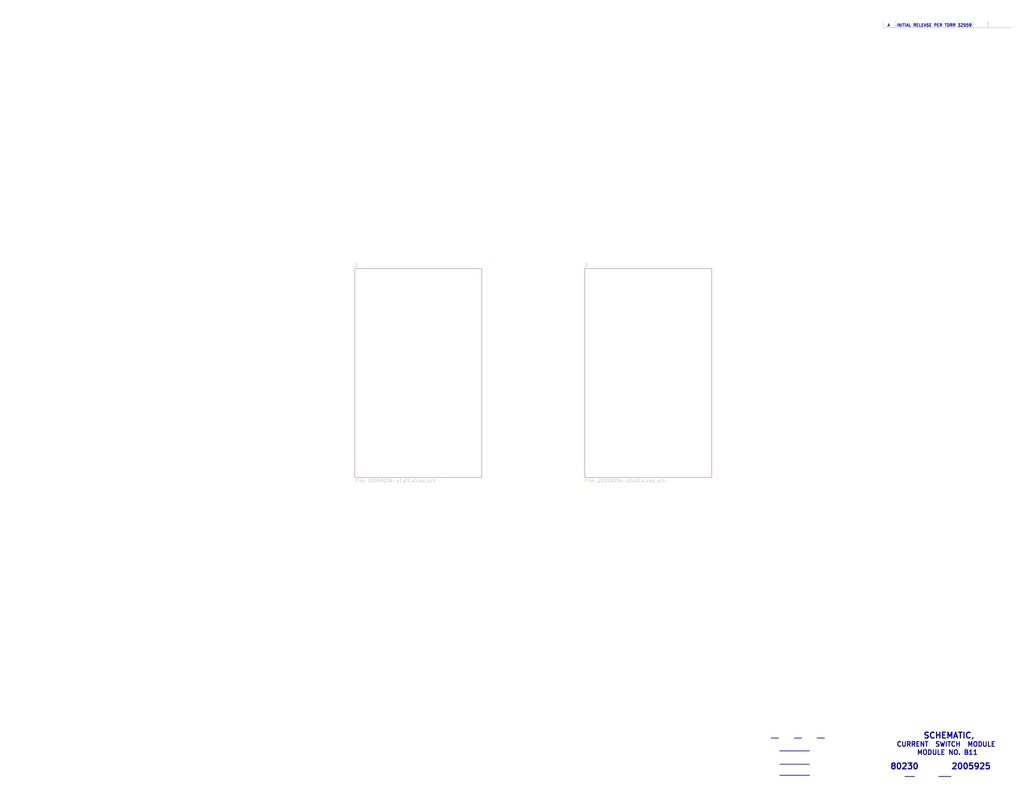
<source format=kicad_sch>
(kicad_sch (version 20211123) (generator eeschema)
  (paper "E")
  (lib_symbols)
  (polyline (pts (xy 964.1332 23.114) (xy 964.1332 30.226)) (stroke (width 0) (type solid)))
  (polyline (pts (xy 1061.5422 23.114) (xy 1061.5422 30.226)) (stroke (width 0) (type solid)))
  (polyline (pts (xy 1078.4332 23.114) (xy 1078.4332 30.226)) (stroke (width 0) (type solid)))
  (polyline (pts (xy 976.8332 23.114) (xy 976.8332 30.226)) (stroke (width 0) (type solid)))
  (polyline (pts (xy 964.1332 30.226) (xy 1104.7222 30.226)) (stroke (width 0) (type solid)))
  (text "CURRENT  SWITCH  MODULE" (at 978.2048 815.9496 0) (effects (font (size 5.08 5.08) (thickness 1.016) bold) (justify left bottom)))
  (text "___" (at 841.0448 806.4246 0) (effects (font (size 3.556 3.556) (thickness 0.7112) bold) (justify left bottom)))
  (text "_____" (at 1023.9248 848.3346 0) (effects (font (size 3.556 3.556) (thickness 0.7112) bold) (justify left bottom)))
  (text "2005925" (at 1037.8948 840.7146 0) (effects (font (size 6.35 6.35) (thickness 1.27) bold) (justify left bottom)))
  (text "____" (at 987.0948 848.3346 0) (effects (font (size 3.556 3.556) (thickness 0.7112) bold) (justify left bottom)))
  (text "INITIAL RELEASE PER TDRR 32559" (at 978.3572 29.591 0) (effects (font (size 3.175 3.175) (thickness 0.635) bold) (justify left bottom)))
  (text "____________" (at 850.5698 820.3946 0) (effects (font (size 3.556 3.556) (thickness 0.7112) bold) (justify left bottom)))
  (text "SCHEMATIC," (at 1007.4148 807.0596 0) (effects (font (size 6.35 6.35) (thickness 1.27) bold) (justify left bottom)))
  (text "___" (at 866.4448 806.4246 0) (effects (font (size 3.556 3.556) (thickness 0.7112) bold) (justify left bottom)))
  (text "___" (at 891.2098 806.4246 0) (effects (font (size 3.556 3.556) (thickness 0.7112) bold) (justify left bottom)))
  (text "____________" (at 850.5698 834.9996 0) (effects (font (size 3.556 3.556) (thickness 0.7112) bold) (justify left bottom)))
  (text "MODULE NO. B11" (at 1000.4298 824.8396 0) (effects (font (size 5.08 5.08) (thickness 1.016) bold) (justify left bottom)))
  (text "80230" (at 971.2198 840.7146 0) (effects (font (size 6.35 6.35) (thickness 1.27) bold) (justify left bottom)))
  (text "____________" (at 850.5698 847.0646 0) (effects (font (size 3.556 3.556) (thickness 0.7112) bold) (justify left bottom)))
  (text "A" (at 968.1972 29.591 0) (effects (font (size 3.175 3.175) (thickness 0.635) bold) (justify left bottom)))
  (sheet (at 387.35 293.37) (size 138.43 227.965)
    (property "Sheet name" "1" (at 387.35 291.5154 0) (effects (font (size 3.556 3.556)) (justify left bottom)))
    (property "Sheet file" "2005925A-p1of2.kicad_sch" (at 387.35 522.834 0) (effects (font (size 3.556 3.556)) (justify left top)))
  )
  (sheet (at 638.175 293.37) (size 138.43 227.965)
    (property "Sheet name" "2" (at 638.175 291.5154 0) (effects (font (size 3.556 3.556)) (justify left bottom)))
    (property "Sheet file" "2005925A-p2of2.kicad_sch" (at 638.175 522.834 0) (effects (font (size 3.556 3.556)) (justify left top)))
  )
)
</source>
